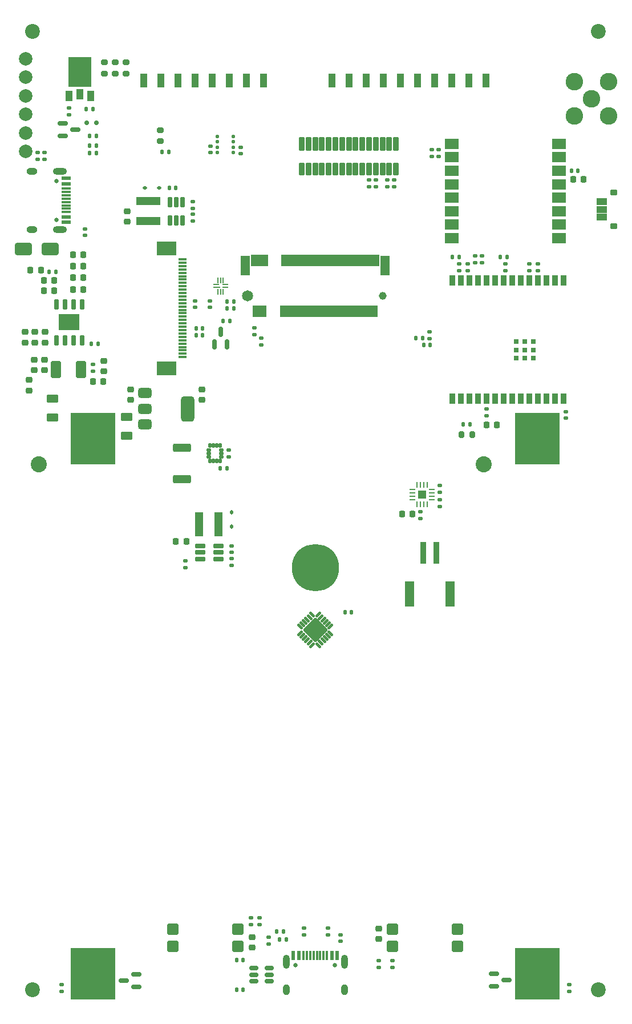
<source format=gbs>
G04 #@! TF.GenerationSoftware,KiCad,Pcbnew,9.0.2*
G04 #@! TF.CreationDate,2025-06-10T20:13:00+02:00*
G04 #@! TF.ProjectId,badgeCarrierCard,62616467-6543-4617-9272-696572436172,V2.5*
G04 #@! TF.SameCoordinates,Original*
G04 #@! TF.FileFunction,Soldermask,Bot*
G04 #@! TF.FilePolarity,Negative*
%FSLAX46Y46*%
G04 Gerber Fmt 4.6, Leading zero omitted, Abs format (unit mm)*
G04 Created by KiCad (PCBNEW 9.0.2) date 2025-06-10 20:13:00*
%MOMM*%
%LPD*%
G01*
G04 APERTURE LIST*
G04 Aperture macros list*
%AMRoundRect*
0 Rectangle with rounded corners*
0 $1 Rounding radius*
0 $2 $3 $4 $5 $6 $7 $8 $9 X,Y pos of 4 corners*
0 Add a 4 corners polygon primitive as box body*
4,1,4,$2,$3,$4,$5,$6,$7,$8,$9,$2,$3,0*
0 Add four circle primitives for the rounded corners*
1,1,$1+$1,$2,$3*
1,1,$1+$1,$4,$5*
1,1,$1+$1,$6,$7*
1,1,$1+$1,$8,$9*
0 Add four rect primitives between the rounded corners*
20,1,$1+$1,$2,$3,$4,$5,0*
20,1,$1+$1,$4,$5,$6,$7,0*
20,1,$1+$1,$6,$7,$8,$9,0*
20,1,$1+$1,$8,$9,$2,$3,0*%
G04 Aperture macros list end*
%ADD10C,2.000000*%
%ADD11C,2.200000*%
%ADD12RoundRect,0.200000X-0.275000X0.200000X-0.275000X-0.200000X0.275000X-0.200000X0.275000X0.200000X0*%
%ADD13RoundRect,0.140000X-0.170000X0.140000X-0.170000X-0.140000X0.170000X-0.140000X0.170000X0.140000X0*%
%ADD14RoundRect,0.225000X0.250000X-0.225000X0.250000X0.225000X-0.250000X0.225000X-0.250000X-0.225000X0*%
%ADD15RoundRect,0.200000X0.200000X0.275000X-0.200000X0.275000X-0.200000X-0.275000X0.200000X-0.275000X0*%
%ADD16RoundRect,0.225000X0.225000X0.250000X-0.225000X0.250000X-0.225000X-0.250000X0.225000X-0.250000X0*%
%ADD17RoundRect,0.135000X-0.185000X0.135000X-0.185000X-0.135000X0.185000X-0.135000X0.185000X0.135000X0*%
%ADD18RoundRect,0.112500X0.187500X0.112500X-0.187500X0.112500X-0.187500X-0.112500X0.187500X-0.112500X0*%
%ADD19RoundRect,0.125000X0.137500X-0.125000X0.137500X0.125000X-0.137500X0.125000X-0.137500X-0.125000X0*%
%ADD20RoundRect,0.135000X0.135000X0.185000X-0.135000X0.185000X-0.135000X-0.185000X0.135000X-0.185000X0*%
%ADD21C,0.650000*%
%ADD22R,0.600000X1.450000*%
%ADD23R,0.300000X1.450000*%
%ADD24O,1.000000X1.600000*%
%ADD25O,1.000000X2.100000*%
%ADD26C,7.000000*%
%ADD27RoundRect,0.250000X-0.625000X0.375000X-0.625000X-0.375000X0.625000X-0.375000X0.625000X0.375000X0*%
%ADD28RoundRect,0.150000X0.587500X0.150000X-0.587500X0.150000X-0.587500X-0.150000X0.587500X-0.150000X0*%
%ADD29RoundRect,0.218750X-0.256250X0.218750X-0.256250X-0.218750X0.256250X-0.218750X0.256250X0.218750X0*%
%ADD30RoundRect,0.150000X-0.587500X-0.150000X0.587500X-0.150000X0.587500X0.150000X-0.587500X0.150000X0*%
%ADD31RoundRect,0.250000X-1.000000X-0.650000X1.000000X-0.650000X1.000000X0.650000X-1.000000X0.650000X0*%
%ADD32RoundRect,0.058000X0.451134X-0.205061X-0.205061X0.451134X-0.451134X0.205061X0.205061X-0.451134X0*%
%ADD33RoundRect,0.058000X0.451134X0.205061X0.205061X0.451134X-0.451134X-0.205061X-0.205061X-0.451134X0*%
%ADD34RoundRect,0.102000X1.732412X0.000000X0.000000X1.732412X-1.732412X0.000000X0.000000X-1.732412X0*%
%ADD35RoundRect,0.150000X-0.150000X0.650000X-0.150000X-0.650000X0.150000X-0.650000X0.150000X0.650000X0*%
%ADD36R,3.100000X2.410000*%
%ADD37RoundRect,0.225000X-0.250000X0.225000X-0.250000X-0.225000X0.250000X-0.225000X0.250000X0.225000X0*%
%ADD38RoundRect,0.135000X0.185000X-0.135000X0.185000X0.135000X-0.185000X0.135000X-0.185000X-0.135000X0*%
%ADD39RoundRect,0.150000X0.150000X-0.587500X0.150000X0.587500X-0.150000X0.587500X-0.150000X-0.587500X0*%
%ADD40RoundRect,0.201750X-0.605250X-0.635250X0.605250X-0.635250X0.605250X0.635250X-0.605250X0.635250X0*%
%ADD41RoundRect,0.140000X-0.140000X-0.170000X0.140000X-0.170000X0.140000X0.170000X-0.140000X0.170000X0*%
%ADD42C,2.390000*%
%ADD43RoundRect,0.102000X3.235000X-3.730000X3.235000X3.730000X-3.235000X3.730000X-3.235000X-3.730000X0*%
%ADD44RoundRect,0.250000X1.075000X-0.362500X1.075000X0.362500X-1.075000X0.362500X-1.075000X-0.362500X0*%
%ADD45RoundRect,0.218750X0.256250X-0.218750X0.256250X0.218750X-0.256250X0.218750X-0.256250X-0.218750X0*%
%ADD46RoundRect,0.225000X-0.225000X-0.250000X0.225000X-0.250000X0.225000X0.250000X-0.225000X0.250000X0*%
%ADD47RoundRect,0.112500X0.112500X-0.187500X0.112500X0.187500X-0.112500X0.187500X-0.112500X-0.187500X0*%
%ADD48RoundRect,0.201750X0.605250X0.635250X-0.605250X0.635250X-0.605250X-0.635250X0.605250X-0.635250X0*%
%ADD49RoundRect,0.250001X-0.499999X-0.999999X0.499999X-0.999999X0.499999X0.999999X-0.499999X0.999999X0*%
%ADD50RoundRect,0.218750X-0.218750X-0.256250X0.218750X-0.256250X0.218750X0.256250X-0.218750X0.256250X0*%
%ADD51RoundRect,0.135000X-0.135000X-0.185000X0.135000X-0.185000X0.135000X0.185000X-0.135000X0.185000X0*%
%ADD52RoundRect,0.062500X0.350000X0.062500X-0.350000X0.062500X-0.350000X-0.062500X0.350000X-0.062500X0*%
%ADD53RoundRect,0.062500X0.062500X0.350000X-0.062500X0.350000X-0.062500X-0.350000X0.062500X-0.350000X0*%
%ADD54R,1.230000X1.230000*%
%ADD55RoundRect,0.102000X-0.125000X0.237500X-0.125000X-0.237500X0.125000X-0.237500X0.125000X0.237500X0*%
%ADD56RoundRect,0.102000X-0.237500X0.125000X-0.237500X-0.125000X0.237500X-0.125000X0.237500X0.125000X0*%
%ADD57R,2.000000X1.500000*%
%ADD58RoundRect,0.218750X0.218750X0.256250X-0.218750X0.256250X-0.218750X-0.256250X0.218750X-0.256250X0*%
%ADD59R,1.000000X2.000000*%
%ADD60RoundRect,0.102000X-0.700000X0.400000X-0.700000X-0.400000X0.700000X-0.400000X0.700000X0.400000X0*%
%ADD61RoundRect,0.102000X-0.400000X0.325000X-0.400000X-0.325000X0.400000X-0.325000X0.400000X0.325000X0*%
%ADD62R,0.900000X1.500000*%
%ADD63R,0.800000X0.800000*%
%ADD64R,1.450000X0.600000*%
%ADD65R,1.450000X0.300000*%
%ADD66O,1.600000X1.000000*%
%ADD67O,2.100000X1.000000*%
%ADD68RoundRect,0.162500X0.617500X0.162500X-0.617500X0.162500X-0.617500X-0.162500X0.617500X-0.162500X0*%
%ADD69R,0.900000X3.300000*%
%ADD70R,1.400000X3.700000*%
%ADD71RoundRect,0.150000X0.150000X0.200000X-0.150000X0.200000X-0.150000X-0.200000X0.150000X-0.200000X0*%
%ADD72RoundRect,0.140000X0.140000X0.170000X-0.140000X0.170000X-0.140000X-0.170000X0.140000X-0.170000X0*%
%ADD73RoundRect,0.050000X-0.437500X-0.050000X0.437500X-0.050000X0.437500X0.050000X-0.437500X0.050000X0*%
%ADD74RoundRect,0.050000X-0.337500X-0.050000X0.337500X-0.050000X0.337500X0.050000X-0.337500X0.050000X0*%
%ADD75RoundRect,0.050000X-0.050000X-0.337500X0.050000X-0.337500X0.050000X0.337500X-0.050000X0.337500X0*%
%ADD76RoundRect,0.147500X-0.172500X0.147500X-0.172500X-0.147500X0.172500X-0.147500X0.172500X0.147500X0*%
%ADD77RoundRect,0.162500X-0.162500X0.617500X-0.162500X-0.617500X0.162500X-0.617500X0.162500X0.617500X0*%
%ADD78R,1.300000X0.300000*%
%ADD79R,3.000000X2.000000*%
%ADD80C,2.604000*%
%ADD81RoundRect,0.147500X0.147500X0.172500X-0.147500X0.172500X-0.147500X-0.172500X0.147500X-0.172500X0*%
%ADD82RoundRect,0.102000X-0.300000X-0.925000X0.300000X-0.925000X0.300000X0.925000X-0.300000X0.925000X0*%
%ADD83RoundRect,0.102000X-0.300000X-0.825000X0.300000X-0.825000X0.300000X0.825000X-0.300000X0.825000X0*%
%ADD84R,1.150000X3.600000*%
%ADD85R,1.000000X1.600000*%
%ADD86R,3.400000X4.400000*%
%ADD87RoundRect,0.140000X0.170000X-0.140000X0.170000X0.140000X-0.170000X0.140000X-0.170000X-0.140000X0*%
%ADD88C,1.150000*%
%ADD89C,1.650000*%
%ADD90RoundRect,0.102000X0.150000X0.775000X-0.150000X0.775000X-0.150000X-0.775000X0.150000X-0.775000X0*%
%ADD91RoundRect,0.102000X0.600000X1.375000X-0.600000X1.375000X-0.600000X-1.375000X0.600000X-1.375000X0*%
%ADD92R,3.600000X1.150000*%
%ADD93RoundRect,0.150000X0.512500X0.150000X-0.512500X0.150000X-0.512500X-0.150000X0.512500X-0.150000X0*%
%ADD94RoundRect,0.375000X-0.625000X-0.375000X0.625000X-0.375000X0.625000X0.375000X-0.625000X0.375000X0*%
%ADD95RoundRect,0.500000X-0.500000X-1.400000X0.500000X-1.400000X0.500000X1.400000X-0.500000X1.400000X0*%
G04 APERTURE END LIST*
D10*
G04 #@! TO.C,TP5*
X32000000Y-45000000D03*
G04 #@! TD*
D11*
G04 #@! TO.C,H2*
X117000000Y-30000000D03*
G04 #@! TD*
D10*
G04 #@! TO.C,TP2*
X32000000Y-36750000D03*
G04 #@! TD*
G04 #@! TO.C,TP3*
X32000000Y-39500000D03*
G04 #@! TD*
D11*
G04 #@! TO.C,H1*
X33000000Y-30000000D03*
G04 #@! TD*
D10*
G04 #@! TO.C,TP4*
X32000000Y-42250000D03*
G04 #@! TD*
G04 #@! TO.C,TP6*
X32000000Y-47750000D03*
G04 #@! TD*
D11*
G04 #@! TO.C,H4*
X33000000Y-172000000D03*
G04 #@! TD*
D10*
G04 #@! TO.C,TP1*
X32000000Y-34000000D03*
G04 #@! TD*
D11*
G04 #@! TO.C,H3*
X117000000Y-172000000D03*
G04 #@! TD*
D12*
G04 #@! TO.C,R52*
X46931374Y-34575000D03*
X46931374Y-36225000D03*
G04 #@! TD*
D13*
G04 #@! TO.C,C47*
X78800000Y-163920000D03*
X78800000Y-164880000D03*
G04 #@! TD*
D14*
G04 #@! TO.C,C19*
X31900000Y-76075000D03*
X31900000Y-74525000D03*
G04 #@! TD*
D15*
G04 #@! TO.C,R44*
X98325000Y-89700000D03*
X96675000Y-89700000D03*
G04 #@! TD*
D16*
G04 #@! TO.C,C17*
X34275000Y-65400000D03*
X32725000Y-65400000D03*
G04 #@! TD*
D17*
G04 #@! TO.C,R4*
X55768400Y-108438000D03*
X55768400Y-109458000D03*
G04 #@! TD*
D18*
G04 #@! TO.C,D14*
X51850000Y-53200000D03*
X49750000Y-53200000D03*
G04 #@! TD*
D19*
G04 #@! TO.C,U7*
X62816200Y-47949600D03*
X62816200Y-47149600D03*
X62816200Y-46349600D03*
X62816200Y-45549600D03*
X60441200Y-45549600D03*
X60441200Y-46349600D03*
X60441200Y-47149600D03*
X60441200Y-47949600D03*
G04 #@! TD*
D17*
G04 #@! TO.C,R2*
X62560000Y-108140000D03*
X62560000Y-109160000D03*
G04 #@! TD*
D20*
G04 #@! TO.C,R37*
X42510000Y-45500000D03*
X41490000Y-45500000D03*
G04 #@! TD*
D17*
G04 #@! TO.C,R5*
X67034000Y-75440800D03*
X67034000Y-76460800D03*
G04 #@! TD*
D21*
G04 #@! TO.C,J8*
X77890000Y-168400000D03*
X72110000Y-168400000D03*
D22*
X78250000Y-166955000D03*
X77450000Y-166955000D03*
D23*
X76250000Y-166955000D03*
X75250000Y-166955000D03*
X74750000Y-166955000D03*
X73750000Y-166955000D03*
D22*
X72550000Y-166955000D03*
X71750000Y-166955000D03*
X71750000Y-166955000D03*
X72550000Y-166955000D03*
D23*
X73250000Y-166955000D03*
X74250000Y-166955000D03*
X75750000Y-166955000D03*
X76750000Y-166955000D03*
D22*
X77450000Y-166955000D03*
X78250000Y-166955000D03*
D24*
X79320000Y-172050000D03*
D25*
X79320000Y-167870000D03*
D24*
X70680000Y-172050000D03*
D25*
X70680000Y-167870000D03*
G04 #@! TD*
D26*
G04 #@! TO.C,H5*
X75000000Y-109500000D03*
G04 #@! TD*
D27*
G04 #@! TO.C,F1*
X36000000Y-84400000D03*
X36000000Y-87200000D03*
G04 #@! TD*
D28*
G04 #@! TO.C,Q1*
X48437500Y-169750000D03*
X48437500Y-171650000D03*
X46562500Y-170700000D03*
G04 #@! TD*
D29*
G04 #@! TO.C,D8*
X84400000Y-162962500D03*
X84400000Y-164537500D03*
G04 #@! TD*
D17*
G04 #@! TO.C,R7*
X92300000Y-47490000D03*
X92300000Y-48510000D03*
G04 #@! TD*
D30*
G04 #@! TO.C,Q3*
X101562500Y-171550000D03*
X101562500Y-169650000D03*
X103437500Y-170600000D03*
G04 #@! TD*
D31*
G04 #@! TO.C,D1*
X31700000Y-62200000D03*
X35700000Y-62200000D03*
G04 #@! TD*
D32*
G04 #@! TO.C,U1*
X77250935Y-119184768D03*
X76897382Y-119538322D03*
X76543828Y-119891875D03*
X76190275Y-120245428D03*
X75836722Y-120598982D03*
X75483168Y-120952535D03*
D33*
X74514432Y-120952535D03*
X74160878Y-120598982D03*
X73807325Y-120245428D03*
X73453772Y-119891875D03*
X73100218Y-119538322D03*
X72746665Y-119184768D03*
D32*
X72746665Y-118216032D03*
X73100218Y-117862478D03*
X73453772Y-117508925D03*
X73807325Y-117155372D03*
X74160878Y-116801818D03*
X74514432Y-116448265D03*
D33*
X75483168Y-116448265D03*
X75836722Y-116801818D03*
X76190275Y-117155372D03*
X76543828Y-117508925D03*
X76897382Y-117862478D03*
X77250935Y-118216032D03*
D34*
X74998800Y-118700400D03*
G04 #@! TD*
D20*
G04 #@! TO.C,R36*
X62310000Y-72900000D03*
X61290000Y-72900000D03*
G04 #@! TD*
D35*
G04 #@! TO.C,U2*
X36595000Y-70450000D03*
X37865000Y-70450000D03*
X39135000Y-70450000D03*
X40405000Y-70450000D03*
X40405000Y-75750000D03*
X39135000Y-75750000D03*
X37865000Y-75750000D03*
X36595000Y-75750000D03*
D36*
X38500000Y-73100000D03*
G04 #@! TD*
D37*
G04 #@! TO.C,C25*
X34800000Y-78625000D03*
X34800000Y-80175000D03*
G04 #@! TD*
D17*
G04 #@! TO.C,R47*
X86425000Y-167751250D03*
X86425000Y-168771250D03*
G04 #@! TD*
D20*
G04 #@! TO.C,R23*
X53310000Y-47800000D03*
X52290000Y-47800000D03*
G04 #@! TD*
D38*
G04 #@! TO.C,R18*
X91960000Y-75510000D03*
X91960000Y-74490000D03*
G04 #@! TD*
D39*
G04 #@! TO.C,Q2*
X61950000Y-76337500D03*
X60050000Y-76337500D03*
X61000000Y-74462500D03*
G04 #@! TD*
D40*
G04 #@! TO.C,U9*
X86457500Y-165570000D03*
X86457500Y-163030000D03*
X96157500Y-163030000D03*
X96157500Y-165570000D03*
G04 #@! TD*
D17*
G04 #@! TO.C,R17*
X42000000Y-79290000D03*
X42000000Y-80310000D03*
G04 #@! TD*
D13*
G04 #@! TO.C,C15*
X62185000Y-92070000D03*
X62185000Y-93030000D03*
G04 #@! TD*
D41*
G04 #@! TO.C,C46*
X53320000Y-53200000D03*
X54280000Y-53200000D03*
G04 #@! TD*
D17*
G04 #@! TO.C,R33*
X93510000Y-97310000D03*
X93510000Y-98330000D03*
G04 #@! TD*
D42*
G04 #@! TO.C,BT1*
X34000000Y-94180000D03*
D43*
X42000000Y-90330000D03*
X42000000Y-169670000D03*
G04 #@! TD*
D37*
G04 #@! TO.C,C32*
X58200000Y-83025000D03*
X58200000Y-84575000D03*
G04 #@! TD*
D38*
G04 #@! TO.C,R42*
X86720558Y-52969443D03*
X86720558Y-51949443D03*
G04 #@! TD*
D12*
G04 #@! TO.C,R51*
X43731374Y-34575000D03*
X43731374Y-36225000D03*
G04 #@! TD*
D27*
G04 #@! TO.C,F2*
X47000000Y-87100000D03*
X47000000Y-89900000D03*
G04 #@! TD*
D44*
G04 #@! TO.C,R13*
X55200000Y-96312500D03*
X55200000Y-91687500D03*
G04 #@! TD*
D37*
G04 #@! TO.C,C26*
X32500000Y-81650000D03*
X32500000Y-83200000D03*
G04 #@! TD*
D41*
G04 #@! TO.C,C48*
X69720000Y-164600000D03*
X70680000Y-164600000D03*
G04 #@! TD*
D13*
G04 #@! TO.C,C6*
X112237003Y-86354285D03*
X112237003Y-87314285D03*
G04 #@! TD*
D38*
G04 #@! TO.C,R3*
X33800000Y-48910000D03*
X33800000Y-47890000D03*
G04 #@! TD*
D45*
G04 #@! TO.C,D7*
X65600000Y-165787500D03*
X65600000Y-164212500D03*
G04 #@! TD*
D41*
G04 #@! TO.C,C1*
X79407373Y-116110171D03*
X80367373Y-116110171D03*
G04 #@! TD*
D46*
G04 #@! TO.C,C21*
X42025000Y-81900000D03*
X43575000Y-81900000D03*
G04 #@! TD*
D47*
G04 #@! TO.C,D13*
X62600000Y-103360000D03*
X62600000Y-101260000D03*
G04 #@! TD*
D48*
G04 #@! TO.C,U10*
X63550000Y-163030000D03*
X63550000Y-165570000D03*
X53850000Y-165570000D03*
X53850000Y-163030000D03*
G04 #@! TD*
D49*
G04 #@! TO.C,L1*
X36550000Y-80100000D03*
X40250000Y-80100000D03*
G04 #@! TD*
D50*
G04 #@! TO.C,D3*
X39012500Y-64800000D03*
X40587500Y-64800000D03*
G04 #@! TD*
D17*
G04 #@! TO.C,R1*
X34800000Y-47890000D03*
X34800000Y-48910000D03*
G04 #@! TD*
D38*
G04 #@! TO.C,R24*
X108035000Y-65435000D03*
X108035000Y-64415000D03*
G04 #@! TD*
D51*
G04 #@! TO.C,R22*
X96950000Y-88200000D03*
X97970000Y-88200000D03*
G04 #@! TD*
D38*
G04 #@! TO.C,R54*
X38500000Y-42310000D03*
X38500000Y-41290000D03*
G04 #@! TD*
D52*
G04 #@! TO.C,U6*
X92287500Y-97860000D03*
X92287500Y-98360000D03*
X92287500Y-98860000D03*
X92287500Y-99360000D03*
D53*
X91600000Y-100047500D03*
X91100000Y-100047500D03*
X90600000Y-100047500D03*
X90100000Y-100047500D03*
D52*
X89412500Y-99360000D03*
X89412500Y-98860000D03*
X89412500Y-98360000D03*
X89412500Y-97860000D03*
D53*
X90100000Y-97172500D03*
X90600000Y-97172500D03*
X91100000Y-97172500D03*
X91600000Y-97172500D03*
D54*
X90850000Y-98610000D03*
G04 #@! TD*
D55*
G04 #@! TO.C,U8*
X59388348Y-91339165D03*
X59888348Y-91339165D03*
X60388348Y-91339165D03*
X60888348Y-91339165D03*
D56*
X61050848Y-92001665D03*
X61050848Y-92501665D03*
X61050848Y-93001665D03*
D55*
X60888348Y-93664165D03*
X60388348Y-93664165D03*
X59888348Y-93664165D03*
X59388348Y-93664165D03*
D56*
X59225848Y-93001665D03*
X59225848Y-92501665D03*
X59225848Y-92001665D03*
G04 #@! TD*
D57*
G04 #@! TO.C,U5*
X111230000Y-46624000D03*
X111230000Y-48624000D03*
X111230000Y-50624000D03*
X111230000Y-52624000D03*
X111230000Y-54624000D03*
X111230000Y-56624000D03*
X111230000Y-58624000D03*
X111230000Y-60624000D03*
X95230000Y-60624000D03*
X95230000Y-58624000D03*
X95230000Y-56624000D03*
X95230000Y-54624000D03*
X95230000Y-52624000D03*
X95230000Y-50624000D03*
X95230000Y-48624000D03*
X95230000Y-46624000D03*
G04 #@! TD*
D38*
G04 #@! TO.C,R11*
X73360000Y-163910000D03*
X73360000Y-162890000D03*
G04 #@! TD*
D58*
G04 #@! TO.C,D2*
X40587500Y-63100000D03*
X39012500Y-63100000D03*
G04 #@! TD*
D41*
G04 #@! TO.C,C49*
X63320000Y-167600000D03*
X64280000Y-167600000D03*
G04 #@! TD*
G04 #@! TO.C,C12*
X57320000Y-75000000D03*
X58280000Y-75000000D03*
G04 #@! TD*
D59*
G04 #@! TO.C,J7*
X100330000Y-37210000D03*
X97790000Y-37210000D03*
X95250000Y-37210000D03*
X92710000Y-37210000D03*
X90170000Y-37210000D03*
X87630000Y-37210000D03*
X85090000Y-37210000D03*
X82550000Y-37210000D03*
X80010000Y-37210000D03*
X77470000Y-37210000D03*
G04 #@! TD*
D60*
G04 #@! TO.C,PWR_BUTTON1*
X117544543Y-55209611D03*
X117544543Y-56359611D03*
X117544543Y-57509611D03*
D61*
X119296571Y-53884611D03*
X119296571Y-58834611D03*
G04 #@! TD*
D62*
G04 #@! TO.C,U4*
X111845000Y-84424000D03*
X110575000Y-84424000D03*
X109305000Y-84424000D03*
X108035000Y-84424000D03*
X106765000Y-84424000D03*
X105495000Y-84424000D03*
X104225000Y-84424000D03*
X102955000Y-84424000D03*
X101685000Y-84424000D03*
X100415000Y-84424000D03*
X99145000Y-84424000D03*
X97875000Y-84424000D03*
X96605000Y-84424000D03*
X95335000Y-84424000D03*
X95335000Y-66924000D03*
X96605000Y-66924000D03*
X97875000Y-66924000D03*
X99145000Y-66924000D03*
X100415000Y-66924000D03*
X101685000Y-66924000D03*
X102955000Y-66924000D03*
X104225000Y-66924000D03*
X105495000Y-66924000D03*
X106765000Y-66924000D03*
X108035000Y-66924000D03*
X109305000Y-66924000D03*
X110575000Y-66924000D03*
X111845000Y-66924000D03*
D63*
X104875000Y-78429000D03*
X106125000Y-78429000D03*
X107375000Y-78429000D03*
X104875000Y-77179000D03*
X106125000Y-77179000D03*
X107375000Y-77179000D03*
X104875000Y-75929000D03*
X106125000Y-75929000D03*
X107375000Y-75929000D03*
G04 #@! TD*
D21*
G04 #@! TO.C,J1*
X36600000Y-57890000D03*
X36600000Y-52110000D03*
D64*
X38045000Y-58250000D03*
X38045000Y-57450000D03*
D65*
X38045000Y-56250000D03*
X38045000Y-55250000D03*
X38045000Y-54750000D03*
X38045000Y-53750000D03*
D64*
X38045000Y-52550000D03*
X38045000Y-51750000D03*
X38045000Y-51750000D03*
X38045000Y-52550000D03*
D65*
X38045000Y-53250000D03*
X38045000Y-54250000D03*
X38045000Y-55750000D03*
X38045000Y-56750000D03*
D64*
X38045000Y-57450000D03*
X38045000Y-58250000D03*
D66*
X32950000Y-59320000D03*
D67*
X37130000Y-59320000D03*
D66*
X32950000Y-50680000D03*
D67*
X37130000Y-50680000D03*
G04 #@! TD*
D13*
G04 #@! TO.C,C45*
X68100800Y-164274400D03*
X68100800Y-165234400D03*
G04 #@! TD*
D46*
G04 #@! TO.C,C8*
X113305000Y-51900000D03*
X114855000Y-51900000D03*
G04 #@! TD*
D38*
G04 #@! TO.C,R29*
X99770000Y-64260000D03*
X99770000Y-63240000D03*
G04 #@! TD*
D41*
G04 #@! TO.C,C23*
X41020000Y-41500000D03*
X41980000Y-41500000D03*
G04 #@! TD*
D38*
G04 #@! TO.C,R40*
X83990000Y-52970000D03*
X83990000Y-51950000D03*
G04 #@! TD*
D51*
G04 #@! TO.C,R30*
X102439600Y-63431200D03*
X103459600Y-63431200D03*
G04 #@! TD*
D16*
G04 #@! TO.C,C3*
X36275000Y-68410000D03*
X34725000Y-68410000D03*
G04 #@! TD*
D68*
G04 #@! TO.C,U15*
X60650000Y-106260000D03*
X60650000Y-107210000D03*
X60650000Y-108160000D03*
X57950000Y-108160000D03*
X57950000Y-107210000D03*
X57950000Y-106260000D03*
G04 #@! TD*
D16*
G04 #@! TO.C,C9*
X89435000Y-101495000D03*
X87885000Y-101495000D03*
G04 #@! TD*
D51*
G04 #@! TO.C,R15*
X41790000Y-76300000D03*
X42810000Y-76300000D03*
G04 #@! TD*
D13*
G04 #@! TO.C,C10*
X90635000Y-101195000D03*
X90635000Y-102155000D03*
G04 #@! TD*
D38*
G04 #@! TO.C,R12*
X76860000Y-163900000D03*
X76860000Y-162880000D03*
G04 #@! TD*
D69*
G04 #@! TO.C,LS1*
X93000000Y-107300000D03*
X91000000Y-107300000D03*
D70*
X95000000Y-113400000D03*
X89000000Y-113400000D03*
G04 #@! TD*
D38*
G04 #@! TO.C,R31*
X103203600Y-65414400D03*
X103203600Y-64394400D03*
G04 #@! TD*
D13*
G04 #@! TO.C,C14*
X63916200Y-47144600D03*
X63916200Y-48104600D03*
G04 #@! TD*
D71*
G04 #@! TO.C,D6*
X41100000Y-43500000D03*
X42500000Y-43500000D03*
G04 #@! TD*
D38*
G04 #@! TO.C,R41*
X85728400Y-52968400D03*
X85728400Y-51948400D03*
G04 #@! TD*
D72*
G04 #@! TO.C,C4*
X92040000Y-76450000D03*
X91080000Y-76450000D03*
G04 #@! TD*
D73*
G04 #@! TO.C,U11*
X60397500Y-67910000D03*
D74*
X60297500Y-67510000D03*
D75*
X60560000Y-66847500D03*
X60960000Y-66847500D03*
X61360000Y-66847500D03*
D74*
X61622500Y-67510000D03*
X61622500Y-67910000D03*
D75*
X61360000Y-68572500D03*
X60960000Y-68572500D03*
X60560000Y-68572500D03*
G04 #@! TD*
D42*
G04 #@! TO.C,BT2*
X100000000Y-94180000D03*
D43*
X108000000Y-90330000D03*
X108000000Y-169670000D03*
G04 #@! TD*
D50*
G04 #@! TO.C,D5*
X39012500Y-68200000D03*
X40587500Y-68200000D03*
G04 #@! TD*
D41*
G04 #@! TO.C,C16*
X60930000Y-94775000D03*
X61890000Y-94775000D03*
G04 #@! TD*
D59*
G04 #@! TO.C,J3*
X67310000Y-37210000D03*
X64770000Y-37210000D03*
X62230000Y-37210000D03*
X59690000Y-37210000D03*
X57150000Y-37210000D03*
X54610000Y-37210000D03*
X52070000Y-37210000D03*
X49530000Y-37210000D03*
G04 #@! TD*
D14*
G04 #@! TO.C,C30*
X47100000Y-58175000D03*
X47100000Y-56625000D03*
G04 #@! TD*
D13*
G04 #@! TO.C,C44*
X62575600Y-106232800D03*
X62575600Y-107192800D03*
G04 #@! TD*
D20*
G04 #@! TO.C,R9*
X62910000Y-70000000D03*
X61890000Y-70000000D03*
G04 #@! TD*
D38*
G04 #@! TO.C,R26*
X96360000Y-65440000D03*
X96360000Y-64420000D03*
G04 #@! TD*
D76*
G04 #@! TO.C,FB1*
X40820000Y-59265000D03*
X40820000Y-60235000D03*
G04 #@! TD*
D38*
G04 #@! TO.C,R32*
X93510000Y-100380000D03*
X93510000Y-99360000D03*
G04 #@! TD*
D51*
G04 #@! TO.C,R10*
X61890000Y-71000000D03*
X62910000Y-71000000D03*
G04 #@! TD*
D38*
G04 #@! TO.C,R48*
X112700000Y-172310000D03*
X112700000Y-171290000D03*
G04 #@! TD*
D77*
G04 #@! TO.C,U16*
X53450000Y-55250000D03*
X54400000Y-55250000D03*
X55350000Y-55250000D03*
X55350000Y-57950000D03*
X54400000Y-57950000D03*
X53450000Y-57950000D03*
G04 #@! TD*
D38*
G04 #@! TO.C,R34*
X56800000Y-58110000D03*
X56800000Y-57090000D03*
G04 #@! TD*
D78*
G04 #@! TO.C,J9*
X55300000Y-78250000D03*
X55300000Y-77750000D03*
X55300000Y-77250000D03*
X55300000Y-76750000D03*
X55300000Y-76250000D03*
X55300000Y-75750000D03*
X55300000Y-75250000D03*
X55300000Y-74750000D03*
X55300000Y-74250000D03*
X55300000Y-73750000D03*
X55300000Y-73250000D03*
X55300000Y-72750000D03*
X55300000Y-72250000D03*
X55300000Y-71750000D03*
X55300000Y-71250000D03*
X55300000Y-70750000D03*
X55300000Y-70250000D03*
X55300000Y-69750000D03*
X55300000Y-69250000D03*
X55300000Y-68750000D03*
X55300000Y-68250000D03*
X55300000Y-67750000D03*
X55300000Y-67250000D03*
X55300000Y-66750000D03*
X55300000Y-66250000D03*
X55300000Y-65750000D03*
X55300000Y-65250000D03*
X55300000Y-64750000D03*
X55300000Y-64250000D03*
X55300000Y-63750000D03*
D79*
X52950000Y-79900000D03*
X52950000Y-62100000D03*
G04 #@! TD*
D80*
G04 #@! TO.C,J5*
X116000000Y-40000000D03*
X113460000Y-42540000D03*
X113460000Y-37460000D03*
X118540000Y-37460000D03*
X118540000Y-42540000D03*
G04 #@! TD*
D16*
G04 #@! TO.C,C2*
X36275000Y-66900000D03*
X34725000Y-66900000D03*
G04 #@! TD*
D37*
G04 #@! TO.C,C24*
X33300000Y-78625000D03*
X33300000Y-80175000D03*
G04 #@! TD*
D41*
G04 #@! TO.C,C50*
X63320000Y-172000000D03*
X64280000Y-172000000D03*
G04 #@! TD*
D51*
G04 #@! TO.C,R19*
X89962600Y-75433000D03*
X90982600Y-75433000D03*
G04 #@! TD*
D20*
G04 #@! TO.C,R49*
X42510000Y-46900000D03*
X41490000Y-46900000D03*
G04 #@! TD*
D46*
G04 #@! TO.C,C5*
X100410000Y-88275000D03*
X101960000Y-88275000D03*
G04 #@! TD*
D20*
G04 #@! TO.C,R21*
X96350000Y-63380000D03*
X95330000Y-63380000D03*
G04 #@! TD*
D38*
G04 #@! TO.C,R25*
X106760000Y-65435000D03*
X106760000Y-64415000D03*
G04 #@! TD*
D81*
G04 #@! TO.C,FB2*
X70285000Y-163400000D03*
X69315000Y-163400000D03*
G04 #@! TD*
D12*
G04 #@! TO.C,R16*
X52000000Y-44575000D03*
X52000000Y-46225000D03*
G04 #@! TD*
D41*
G04 #@! TO.C,C11*
X57320000Y-74000000D03*
X58280000Y-74000000D03*
G04 #@! TD*
D20*
G04 #@! TO.C,R14*
X36510000Y-65600000D03*
X35490000Y-65600000D03*
G04 #@! TD*
D38*
G04 #@! TO.C,R38*
X65500000Y-162410000D03*
X65500000Y-161390000D03*
G04 #@! TD*
D14*
G04 #@! TO.C,C18*
X33400000Y-76075000D03*
X33400000Y-74525000D03*
G04 #@! TD*
D82*
G04 #@! TO.C,J6*
X72992994Y-46654506D03*
D83*
X72992994Y-50404506D03*
D82*
X73992994Y-46654506D03*
D83*
X73992994Y-50404506D03*
D82*
X74992994Y-46654506D03*
D83*
X74992994Y-50404506D03*
D82*
X75992994Y-46654506D03*
D83*
X75992994Y-50404506D03*
D82*
X76992994Y-46654506D03*
D83*
X76992994Y-50404506D03*
D82*
X77992994Y-46654506D03*
D83*
X77992994Y-50404506D03*
D82*
X78992994Y-46654506D03*
D83*
X78992994Y-50404506D03*
D82*
X79992994Y-46654506D03*
D83*
X79992994Y-50404506D03*
D82*
X80992994Y-46654506D03*
D83*
X80992994Y-50404506D03*
D82*
X81992994Y-46654506D03*
D83*
X81992994Y-50404506D03*
D82*
X82992994Y-46654506D03*
D83*
X82992994Y-50404506D03*
D82*
X83992994Y-46654506D03*
D83*
X83992994Y-50404506D03*
D82*
X84992994Y-46654506D03*
D83*
X84992994Y-50404506D03*
D82*
X85992994Y-46654506D03*
D83*
X85992994Y-50404506D03*
D82*
X86992994Y-46654506D03*
D83*
X86992994Y-50404506D03*
G04 #@! TD*
D84*
G04 #@! TO.C,L3*
X57725000Y-103010000D03*
X60675000Y-103010000D03*
G04 #@! TD*
D30*
G04 #@! TO.C,Q4*
X37500000Y-45500000D03*
X37500000Y-43600000D03*
X39375000Y-44550000D03*
G04 #@! TD*
D38*
G04 #@! TO.C,R39*
X82990000Y-52970000D03*
X82990000Y-51950000D03*
G04 #@! TD*
D14*
G04 #@! TO.C,C20*
X34900000Y-76075000D03*
X34900000Y-74525000D03*
G04 #@! TD*
D37*
G04 #@! TO.C,C22*
X43600000Y-78825000D03*
X43600000Y-80375000D03*
G04 #@! TD*
D85*
G04 #@! TO.C,M1*
X41700000Y-39500000D03*
X40100000Y-39300000D03*
X38500000Y-39500000D03*
D86*
X40100000Y-35950000D03*
G04 #@! TD*
D38*
G04 #@! TO.C,R43*
X37400000Y-172310000D03*
X37400000Y-171290000D03*
G04 #@! TD*
D87*
G04 #@! TO.C,C13*
X59416200Y-47954600D03*
X59416200Y-46994600D03*
G04 #@! TD*
D38*
G04 #@! TO.C,R27*
X97630000Y-65440000D03*
X97630000Y-64420000D03*
G04 #@! TD*
G04 #@! TO.C,R28*
X98770000Y-64260000D03*
X98770000Y-63240000D03*
G04 #@! TD*
D58*
G04 #@! TO.C,D4*
X40587500Y-66500000D03*
X39012500Y-66500000D03*
G04 #@! TD*
D17*
G04 #@! TO.C,R35*
X56800000Y-55190000D03*
X56800000Y-56210000D03*
G04 #@! TD*
D38*
G04 #@! TO.C,R50*
X66700000Y-162410000D03*
X66700000Y-161390000D03*
G04 #@! TD*
D12*
G04 #@! TO.C,R45*
X45331374Y-34575000D03*
X45331374Y-36225000D03*
G04 #@! TD*
D20*
G04 #@! TO.C,R53*
X42520000Y-48000000D03*
X41500000Y-48000000D03*
G04 #@! TD*
D17*
G04 #@! TO.C,R46*
X84435000Y-167751250D03*
X84435000Y-168771250D03*
G04 #@! TD*
D38*
G04 #@! TO.C,R6*
X66018000Y-74964800D03*
X66018000Y-73944800D03*
G04 #@! TD*
D17*
G04 #@! TO.C,R8*
X93300000Y-47490000D03*
X93300000Y-48510000D03*
G04 #@! TD*
D88*
G04 #@! TO.C,J2*
X85000000Y-69208000D03*
D89*
X65000000Y-69208000D03*
D90*
X84250000Y-63933000D03*
X84000000Y-71483000D03*
X83750000Y-63933000D03*
X83500000Y-71483000D03*
X83250000Y-63933000D03*
X83000000Y-71483000D03*
X82750000Y-63933000D03*
X82500000Y-71483000D03*
X82250000Y-63933000D03*
X82000000Y-71483000D03*
X81750000Y-63933000D03*
X81500000Y-71483000D03*
X81250000Y-63933000D03*
X81000000Y-71483000D03*
X80750000Y-63933000D03*
X80500000Y-71483000D03*
X80250000Y-63933000D03*
X80000000Y-71483000D03*
X79750000Y-63933000D03*
X79500000Y-71483000D03*
X79250000Y-63933000D03*
X79000000Y-71483000D03*
X78750000Y-63933000D03*
X78500000Y-71483000D03*
X78250000Y-63933000D03*
X78000000Y-71483000D03*
X77750000Y-63933000D03*
X77500000Y-71483000D03*
X77250000Y-63933000D03*
X77000000Y-71483000D03*
X76750000Y-63933000D03*
X76500000Y-71483000D03*
X76250000Y-63933000D03*
X76000000Y-71483000D03*
X75750000Y-63933000D03*
X75500000Y-71483000D03*
X75250000Y-63933000D03*
X75000000Y-71483000D03*
X74750000Y-63933000D03*
X74500000Y-71483000D03*
X74250000Y-63933000D03*
X74000000Y-71483000D03*
X73750000Y-63933000D03*
X73500000Y-71483000D03*
X73250000Y-63933000D03*
X73000000Y-71483000D03*
X72750000Y-63933000D03*
X72500000Y-71483000D03*
X72250000Y-63933000D03*
X72000000Y-71483000D03*
X71750000Y-63933000D03*
X71500000Y-71483000D03*
X71250000Y-63933000D03*
X71000000Y-71483000D03*
X70750000Y-63933000D03*
X70500000Y-71483000D03*
X70250000Y-63933000D03*
X70000000Y-71483000D03*
X67750000Y-63933000D03*
X67500000Y-71483000D03*
X67250000Y-63933000D03*
X67000000Y-71483000D03*
X66750000Y-63933000D03*
X66500000Y-71483000D03*
X66250000Y-63933000D03*
X66000000Y-71483000D03*
X65750000Y-63933000D03*
D91*
X85350000Y-64708000D03*
X64650000Y-64708000D03*
G04 #@! TD*
D16*
G04 #@! TO.C,C29*
X55883000Y-105544400D03*
X54333000Y-105544400D03*
G04 #@! TD*
D87*
G04 #@! TO.C,C51*
X59400000Y-70880000D03*
X59400000Y-69920000D03*
G04 #@! TD*
G04 #@! TO.C,C52*
X57200000Y-70880000D03*
X57200000Y-69920000D03*
G04 #@! TD*
D92*
G04 #@! TO.C,L4*
X50200000Y-58075000D03*
X50200000Y-55125000D03*
G04 #@! TD*
D38*
G04 #@! TO.C,R20*
X100410000Y-86950000D03*
X100410000Y-85930000D03*
G04 #@! TD*
D93*
G04 #@! TO.C,U12*
X68137500Y-168850000D03*
X68137500Y-169800000D03*
X68137500Y-170750000D03*
X65862500Y-170750000D03*
X65862500Y-169800000D03*
X65862500Y-168850000D03*
G04 #@! TD*
D41*
G04 #@! TO.C,C7*
X113030000Y-50630000D03*
X113990000Y-50630000D03*
G04 #@! TD*
D94*
G04 #@! TO.C,U3*
X49750000Y-88200000D03*
X49750000Y-85900000D03*
D95*
X56050000Y-85900000D03*
D94*
X49750000Y-83600000D03*
G04 #@! TD*
D37*
G04 #@! TO.C,C31*
X47600000Y-83025000D03*
X47600000Y-84575000D03*
G04 #@! TD*
M02*

</source>
